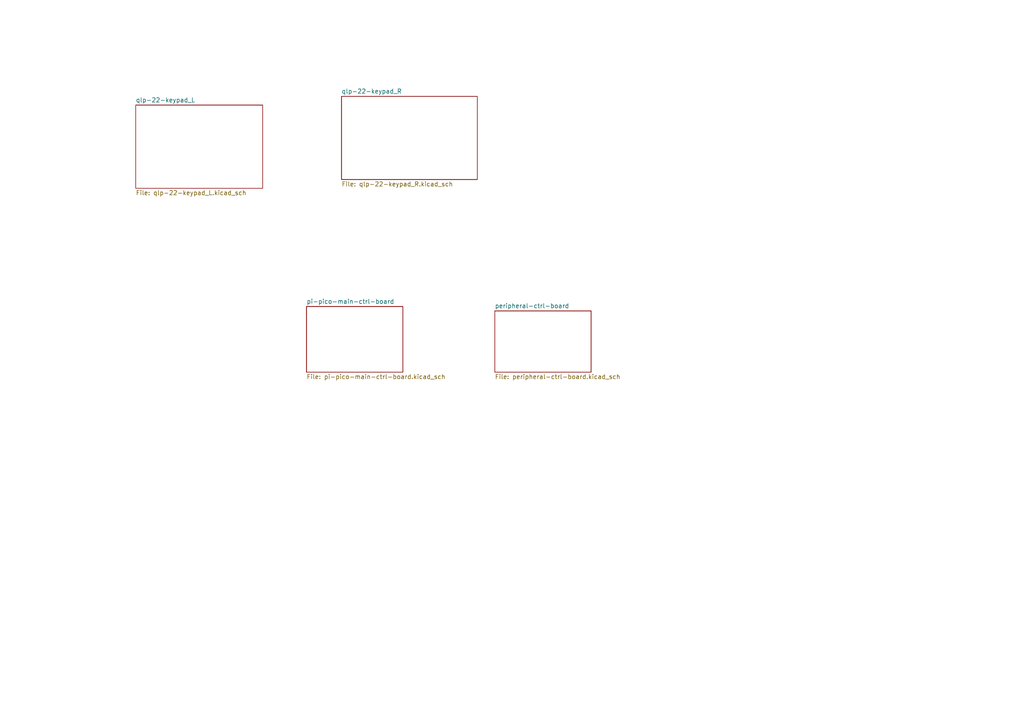
<source format=kicad_sch>
(kicad_sch (version 20230121) (generator eeschema)

  (uuid 317db825-7ec8-42a4-86c9-29de77488848)

  (paper "A4")

  (lib_symbols
  )


  (sheet (at 39.37 30.48) (size 36.83 24.13) (fields_autoplaced)
    (stroke (width 0.1524) (type solid))
    (fill (color 0 0 0 0.0000))
    (uuid 5e10f522-bda2-47d4-8f22-ab87da492e03)
    (property "Sheetname" "qlp-22-keypad_L" (at 39.37 29.7684 0)
      (effects (font (size 1.27 1.27)) (justify left bottom))
    )
    (property "Sheetfile" "qlp-22-keypad_L.kicad_sch" (at 39.37 55.1946 0)
      (effects (font (size 1.27 1.27)) (justify left top))
    )
    (instances
      (project "mksp_Mk1_rev0"
        (path "/317db825-7ec8-42a4-86c9-29de77488848" (page "4"))
      )
    )
  )

  (sheet (at 143.51 90.17) (size 27.94 17.78) (fields_autoplaced)
    (stroke (width 0.1524) (type solid))
    (fill (color 0 0 0 0.0000))
    (uuid 6eeaa44f-3e3d-4d86-815d-42d0f349cb86)
    (property "Sheetname" "peripheral-ctrl-board" (at 143.51 89.4584 0)
      (effects (font (size 1.27 1.27)) (justify left bottom))
    )
    (property "Sheetfile" "peripheral-ctrl-board.kicad_sch" (at 143.51 108.5346 0)
      (effects (font (size 1.27 1.27)) (justify left top))
    )
    (instances
      (project "mksp_Mk1_rev0"
        (path "/317db825-7ec8-42a4-86c9-29de77488848" (page "3"))
      )
    )
  )

  (sheet (at 88.9 88.9) (size 27.94 19.05) (fields_autoplaced)
    (stroke (width 0.1524) (type solid))
    (fill (color 0 0 0 0.0000))
    (uuid 9a4d8874-164c-4918-b768-ce32cb89a53f)
    (property "Sheetname" "pi-pico-main-ctrl-board" (at 88.9 88.1884 0)
      (effects (font (size 1.27 1.27)) (justify left bottom))
    )
    (property "Sheetfile" "pi-pico-main-ctrl-board.kicad_sch" (at 88.9 108.5346 0)
      (effects (font (size 1.27 1.27)) (justify left top))
    )
    (instances
      (project "mksp_Mk1_rev0"
        (path "/317db825-7ec8-42a4-86c9-29de77488848" (page "2"))
      )
    )
  )

  (sheet (at 99.06 27.94) (size 39.37 24.13) (fields_autoplaced)
    (stroke (width 0.1524) (type solid))
    (fill (color 0 0 0 0.0000))
    (uuid bcf55edc-6b24-4836-a1e2-aa0a774f766a)
    (property "Sheetname" "qlp-22-keypad_R" (at 99.06 27.2284 0)
      (effects (font (size 1.27 1.27)) (justify left bottom))
    )
    (property "Sheetfile" "qlp-22-keypad_R.kicad_sch" (at 99.06 52.6546 0)
      (effects (font (size 1.27 1.27)) (justify left top))
    )
    (instances
      (project "mksp_Mk1_rev0"
        (path "/317db825-7ec8-42a4-86c9-29de77488848" (page "5"))
      )
    )
  )

  (sheet_instances
    (path "/" (page "1"))
  )
)

</source>
